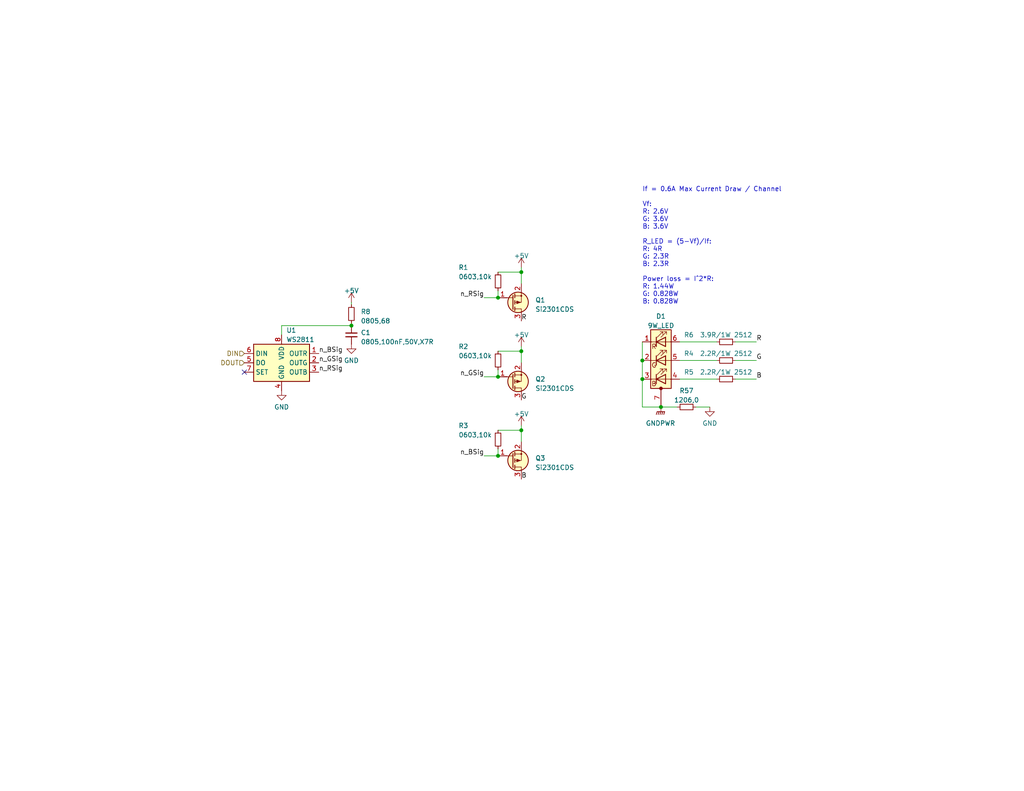
<source format=kicad_sch>
(kicad_sch (version 20230121) (generator eeschema)
  (paper "USLetter")
  (title_block (date "2023-04-08") (rev "A01"))
  (lib_symbols
    (symbol "Device:R_Small" (pin_numbers hide) (pin_names (offset 0.254) hide)
      (property "Reference" "R" (at 0.762 0.508 0))
      (property "Value" "R_Small" (at 0.762 -1.016 0))
      (symbol "R_Small_0_1"
        (rectangle (start -0.762 1.778) (end 0.762 -1.778) (stroke (width 0.2032)))
      )
      (symbol "R_Small_1_1"
        (pin passive line (at 0 2.54 270) (length 0.762) (name "~") (number "1"))
        (pin passive line (at 0 -2.54 90) (length 0.762) (name "~") (number "2"))
      )
    )
    (symbol "Driver_LED:WS2811"
      (property "Reference" "U" (at -6.35 6.35 0))
      (property "Value" "WS2811" (at 5.08 6.35 0))
      (symbol "WS2811_0_1"
        (rectangle (start -7.62 5.08) (end 7.62 -5.08) (stroke (width 0.254)) (fill (type background)))
      )
      (symbol "WS2811_1_1"
        (pin output line (at 10.16 2.54 180) (length 2.54) (name "OUTR") (number "1"))
        (pin output line (at 10.16 0 180) (length 2.54) (name "OUTG") (number "2"))
        (pin output line (at 10.16 -2.54 180) (length 2.54) (name "OUTB") (number "3"))
        (pin power_in line (at 0 -7.62 90) (length 2.54) (name "GND") (number "4"))
        (pin output line (at -10.16 0 0) (length 2.54) (name "DO") (number "5"))
        (pin input line (at -10.16 2.54 0) (length 2.54) (name "DIN") (number "6"))
        (pin input line (at -10.16 -2.54 0) (length 2.54) (name "SET") (number "7"))
        (pin power_in line (at 0 7.62 270) (length 2.54) (name "VDD") (number "8"))
      )
    )
    (symbol "PCM_Transistor_MOSFET_AKL:Si2301CDS" (pin_names hide)
      (property "Reference" "Q" (at 5.08 1.27 0))
      (property "Value" "Si2301CDS" (at 5.08 -1.27 0))
      (symbol "Si2301CDS_0_1"
        (polyline (pts (xy 0.254 -1.905) (xy 0.254 1.905)) (stroke (width 0.254)))
        (polyline (pts (xy 0.254 1.27) (xy -2.54 1.27)))
        (polyline (pts (xy 0.762 -2.286) (xy 0.762 -1.27)) (stroke (width 0.254)))
        (polyline (pts (xy 0.762 -1.778) (xy 2.54 -1.778)))
        (polyline (pts (xy 0.762 -0.508) (xy 0.762 0.508)) (stroke (width 0.254)))
        (polyline (pts (xy 0.762 1.27) (xy 0.762 2.286)) (stroke (width 0.254)))
        (polyline (pts (xy 0.762 1.778) (xy 2.54 1.778)))
        (polyline (pts (xy 2.54 -2.54) (xy 2.54 -1.778)))
        (polyline (pts (xy 2.54 2.54) (xy 2.54 0) (xy 0.762 0)))
        (polyline (pts (xy 2.286 0) (xy 1.27 -0.381) (xy 1.27 0.381) (xy 2.286 0)) (fill (type outline)))
      )
      (symbol "Si2301CDS_1_1"
        (circle (center 1.651 0) (radius 2.794) (stroke (width 0.254)) (fill (type background)))
        (circle (center 2.54 1.778) (radius 0.1778) (fill (type outline)))
        (pin input line (at -3.81 1.27 0) (length 2.54) (name "G") (number "1"))
        (pin passive line (at 2.54 5.08 270) (length 2.54) (name "S") (number "2"))
        (pin passive line (at 2.54 -5.08 90) (length 2.54) (name "D") (number "3"))
      )
    )
    (symbol "WS_LCSC_Diodes:9W_LED" (pin_names (offset 0) hide)
      (property "Reference" "D" (at 0 11.43 0))
      (property "Value" "9W_LED" (at 0 9.398 0))
      (symbol "9W_LED_0_0"
        (text "B" (at -1.905 -6.35 0) (effects (font (size 1.27 1.27))))
        (text "G" (at -1.905 -1.27 0) (effects (font (size 1.27 1.27))))
        (text "R" (at -1.905 3.81 0) (effects (font (size 1.27 1.27))))
      )
      (symbol "9W_LED_0_1"
        (circle (center 0 -7.62) (radius 0.3556) (stroke (width 0.254)) (fill (type outline)))
        (polyline (pts (xy -1.27 -5.08) (xy -2.54 -5.08)))
        (polyline (pts (xy -1.27 -3.81) (xy -1.27 -6.35)) (stroke (width 0.254)))
        (polyline (pts (xy -1.27 0) (xy -2.54 0)))
        (polyline (pts (xy -1.27 1.27) (xy -1.27 -1.27)) (stroke (width 0.254)))
        (polyline (pts (xy -1.27 5.08) (xy -2.54 5.08)))
        (polyline (pts (xy -1.27 5.08) (xy 1.27 5.08)))
        (polyline (pts (xy -1.27 6.35) (xy -1.27 3.81)) (stroke (width 0.254)))
        (polyline (pts (xy -1.016 0) (xy 1.27 0)))
        (polyline (pts (xy 1.27 -5.08) (xy -1.27 -5.08)))
        (polyline (pts (xy 1.27 -5.08) (xy 2.54 -5.08)))
        (polyline (pts (xy 1.27 5.08) (xy 2.54 5.08)))
        (polyline (pts (xy 2.54 0) (xy 1.27 0)))
        (polyline (pts (xy -1.27 1.27) (xy -1.27 -1.27) (xy -1.27 -1.27)))
        (polyline (pts (xy -1.27 6.35) (xy -1.27 3.81) (xy -1.27 3.81)))
        (polyline (pts (xy 1.27 -3.81) (xy 1.27 -6.35) (xy -1.27 -5.08) (xy 1.27 -3.81)) (stroke (width 0.254)))
        (polyline (pts (xy 1.27 1.27) (xy 1.27 -1.27) (xy -1.27 0) (xy 1.27 1.27)) (stroke (width 0.254)))
        (polyline (pts (xy 1.27 6.35) (xy 1.27 3.81) (xy -1.27 5.08) (xy 1.27 6.35)) (stroke (width 0.254)))
        (polyline (pts (xy -1.016 -3.81) (xy 0.508 -2.286) (xy -0.254 -2.286) (xy 0.508 -2.286) (xy 0.508 -3.048)))
        (polyline (pts (xy -1.016 1.27) (xy 0.508 2.794) (xy -0.254 2.794) (xy 0.508 2.794) (xy 0.508 2.032)))
        (polyline (pts (xy -1.016 6.35) (xy 0.508 7.874) (xy -0.254 7.874) (xy 0.508 7.874) (xy 0.508 7.112)))
        (polyline (pts (xy 0 -3.81) (xy 1.524 -2.286) (xy 0.762 -2.286) (xy 1.524 -2.286) (xy 1.524 -3.048)))
        (polyline (pts (xy 0 1.27) (xy 1.524 2.794) (xy 0.762 2.794) (xy 1.524 2.794) (xy 1.524 2.032)))
        (polyline (pts (xy 0 6.35) (xy 1.524 7.874) (xy 0.762 7.874) (xy 1.524 7.874) (xy 1.524 7.112)))
        (rectangle (start 1.27 -1.27) (end 1.27 1.27))
        (rectangle (start 1.27 1.27) (end 1.27 1.27))
        (rectangle (start 1.27 3.81) (end 1.27 6.35))
        (rectangle (start 1.27 6.35) (end 1.27 6.35))
        (rectangle (start 2.794 8.382) (end -2.794 -7.62) (stroke (width 0.254)) (fill (type background)))
      )
      (symbol "9W_LED_1_1"
        (pin passive line (at -5.08 5.08 0) (length 2.54) (name "RK") (number "1"))
        (pin passive line (at -5.08 0 0) (length 2.54) (name "GK") (number "2"))
        (pin passive line (at -5.08 -5.08 0) (length 2.54) (name "BK") (number "3"))
        (pin passive line (at 5.08 -5.08 180) (length 2.54) (name "BA") (number "4"))
        (pin passive line (at 5.08 0 180) (length 2.54) (name "GA") (number "5"))
        (pin passive line (at 5.08 5.08 180) (length 2.54) (name "RA") (number "6"))
        (pin passive line (at 0 -12.7 90) (length 5.08) (name "PAD") (number "7"))
      )
    )
    (symbol "jlcpcb-basic-capacitor:0805,100nF,50V,X7R "
      (property "Reference" "C" (at 1.71 0.508 0))
      (property "Value" "0805,100nF,50V,X7R " (at 1.71 -1.016 0))
      (symbol "0805,100nF,50V,X7R _0_0"
        (polyline (pts (xy -1.524 -0.508) (xy 1.524 -0.508)) (stroke (width 0.3048)))
        (polyline (pts (xy -1.524 0.508) (xy 1.524 0.508)) (stroke (width 0.3048)))
        (pin passive line (at 0 2.54 270) (length 2.032) (name "~") (number "1"))
        (pin passive line (at 0 -2.54 90) (length 2.032) (name "~") (number "2"))
      )
    )
    (symbol "jlcpcb-basic-resistor:0603,10k"
      (property "Reference" "R" (at 0.762 0.508 0))
      (property "Value" "0603,10k" (at 0.762 -1.016 0))
      (symbol "0603,10k_0_0"
        (rectangle (start -0.762 1.778) (end 0.762 -1.778) (stroke (width 0.2032)))
        (pin passive line (at 0 2.54 270) (length 0.762) (name "~") (number "1"))
        (pin passive line (at 0 -2.54 90) (length 0.762) (name "~") (number "2"))
      )
    )
    (symbol "jlcpcb-basic-resistor:0805,68"
      (property "Reference" "R" (at 0.762 0.508 0))
      (property "Value" "0805,68" (at 0.762 -1.016 0))
      (symbol "0805,68_0_0"
        (rectangle (start -0.762 1.778) (end 0.762 -1.778) (stroke (width 0.2032)))
        (pin passive line (at 0 2.54 270) (length 0.762) (name "~") (number "1"))
        (pin passive line (at 0 -2.54 90) (length 0.762) (name "~") (number "2"))
      )
    )
    (symbol "jlcpcb-basic-resistor:1206,0"
      (property "Reference" "R" (at 0.762 0.508 0))
      (property "Value" "1206,0" (at 0.762 -1.016 0))
      (symbol "1206,0_0_0"
        (rectangle (start -0.762 1.778) (end 0.762 -1.778) (stroke (width 0.2032)))
        (pin passive line (at 0 2.54 270) (length 0.762) (name "~") (number "1"))
        (pin passive line (at 0 -2.54 90) (length 0.762) (name "~") (number "2"))
      )
    )
    (symbol "power:+5V" (power) (pin_names (offset 0))
      (property "Value" "+5V" (at 0 3.556 0))
      (symbol "+5V_0_1"
        (polyline (pts (xy -0.762 1.27) (xy 0 2.54)))
        (polyline (pts (xy 0 0) (xy 0 2.54)))
        (polyline (pts (xy 0 2.54) (xy 0.762 1.27)))
      )
      (symbol "+5V_1_1"
        (pin power_in line (at 0 0 90) (length 0) hide (name "+5V") (number "1"))
      )
    )
    (symbol "power:GND" (power) (pin_names (offset 0))
      (property "Value" "GND" (at 0 -3.81 0))
      (symbol "GND_0_1"
        (polyline (pts (xy 0 0) (xy 0 -1.27) (xy 1.27 -1.27) (xy 0 -2.54) (xy -1.27 -1.27) (xy 0 -1.27)))
      )
      (symbol "GND_1_1"
        (pin power_in line (at 0 0 270) (length 0) hide (name "GND") (number "1"))
      )
    )
    (symbol "power:GNDPWR" (power) (pin_names (offset 0))
      (property "Value" "GNDPWR" (at 0 -3.302 0))
      (symbol "GNDPWR_0_1"
        (polyline (pts (xy 0 -1.27) (xy 0 0)))
        (polyline (pts (xy -1.016 -1.27) (xy -1.27 -2.032) (xy -1.27 -2.032)) (stroke (width 0.2032)))
        (polyline (pts (xy -0.508 -1.27) (xy -0.762 -2.032) (xy -0.762 -2.032)) (stroke (width 0.2032)))
        (polyline (pts (xy 0 -1.27) (xy -0.254 -2.032) (xy -0.254 -2.032)) (stroke (width 0.2032)))
        (polyline (pts (xy 0.508 -1.27) (xy 0.254 -2.032) (xy 0.254 -2.032)) (stroke (width 0.2032)))
        (polyline (pts (xy 1.016 -1.27) (xy -1.016 -1.27) (xy -1.016 -1.27)) (stroke (width 0.2032)))
        (polyline (pts (xy 1.016 -1.27) (xy 0.762 -2.032) (xy 0.762 -2.032) (xy 0.762 -2.032)) (stroke (width 0.2032)))
      )
      (symbol "GNDPWR_1_1"
        (pin power_in line (at 0 0 270) (length 0) hide (name "GNDPWR") (number "1"))
      )
    )
  )
  (junction (at 180.34 111.125))
  (junction (at 135.89 81.28))
  (junction (at 142.24 117.475))
  (junction (at 175.26 103.505))
  (junction (at 95.885 88.9))
  (junction (at 142.24 74.295))
  (junction (at 135.89 124.46))
  (junction (at 142.24 95.885))
  (junction (at 135.89 102.87))
  (junction (at 175.26 98.425))
  (no_connect (at 66.675 101.6))
  (wire (pts (xy 135.89 100.965) (xy 135.89 102.87)))
  (wire (pts (xy 135.89 122.555) (xy 135.89 124.46)))
  (wire (pts (xy 142.24 74.295) (xy 142.24 77.47)))
  (wire (pts (xy 200.66 98.425) (xy 206.375 98.425)))
  (wire (pts (xy 135.89 95.885) (xy 142.24 95.885)))
  (wire (pts (xy 132.08 124.46) (xy 135.89 124.46)))
  (wire (pts (xy 185.42 93.345) (xy 195.58 93.345)))
  (wire (pts (xy 142.24 116.205) (xy 142.24 117.475)))
  (wire (pts (xy 76.835 88.9) (xy 95.885 88.9)))
  (wire (pts (xy 142.24 95.885) (xy 142.24 99.06)))
  (wire (pts (xy 175.26 93.345) (xy 175.26 98.425)))
  (wire (pts (xy 142.24 94.615) (xy 142.24 95.885)))
  (wire (pts (xy 135.89 79.375) (xy 135.89 81.28)))
  (wire (pts (xy 132.08 102.87) (xy 135.89 102.87)))
  (wire (pts (xy 180.34 111.125) (xy 175.26 111.125)))
  (wire (pts (xy 175.26 103.505) (xy 175.26 111.125)))
  (wire (pts (xy 76.835 88.9) (xy 76.835 91.44)))
  (wire (pts (xy 95.885 88.265) (xy 95.885 88.9)))
  (wire (pts (xy 200.66 93.345) (xy 206.375 93.345)))
  (wire (pts (xy 132.08 81.28) (xy 135.89 81.28)))
  (wire (pts (xy 142.24 73.025) (xy 142.24 74.295)))
  (wire (pts (xy 95.885 82.55) (xy 95.885 83.185)))
  (wire (pts (xy 185.42 103.505) (xy 195.58 103.505)))
  (wire (pts (xy 175.26 98.425) (xy 175.26 103.505)))
  (wire (pts (xy 180.34 111.125) (xy 184.785 111.125)))
  (wire (pts (xy 206.375 103.505) (xy 200.66 103.505)))
  (wire (pts (xy 142.24 117.475) (xy 142.24 120.65)))
  (wire (pts (xy 135.89 74.295) (xy 142.24 74.295)))
  (wire (pts (xy 185.42 98.425) (xy 195.58 98.425)))
  (wire (pts (xy 189.865 111.125) (xy 193.675 111.125)))
  (wire (pts (xy 135.89 117.475) (xy 142.24 117.475)))
  (text "If = 0.6A Max Current Draw / Channel\n\nVf:\nR: 2.6V\nG: 3.6V\nB: 3.6V\n\nR_LED = (5-Vf)/If:\nR: 4R\nG: 2.3R\nB: 2.3R\n\nPower loss = I^2*R:\nR: 1.44W\nG: 0.828W\nB: 0.828W" (at 175.26 83.185 0) (effects (font (size 1.27 1.27)) (justify left bottom)))
  (label "n_RSig" (at 86.995 101.6 0))
  (label "n_GSig" (at 86.995 99.06 0))
  (label "R" (at 142.24 87.63 0))
  (label "n_BSig" (at 132.08 124.46 180))
  (label "n_RSig" (at 132.08 81.28 180))
  (label "n_GSig" (at 132.08 102.87 180))
  (label "R" (at 206.375 93.345 0))
  (label "B" (at 206.375 103.505 0))
  (label "G" (at 142.24 109.22 0))
  (label "B" (at 142.24 130.81 0))
  (label "n_BSig" (at 86.995 96.52 0))
  (label "G" (at 206.375 98.425 0))
  (hierarchical_label "DOUT" (shape input) (at 66.675 99.06 180))
  (hierarchical_label "DIN" (shape input) (at 66.675 96.52 180))
  (symbol (lib_id "power:GND") (at 76.835 106.68 0) (unit 1)
    (property "Reference" "#PWR03" (effects hide))
    (property "Value" "GND" (at 76.835 111.125 0))
    (instances (project "chandelierLEDPCB" (path "" (reference "#PWR03") (unit 1)) (path "" (reference "#PWR08") (unit 1)) (path "" (reference "#PWR015") (unit 1)) (path "" (reference "#PWR022") (unit 1)) (path "" (reference "#PWR029") (unit 1)) (path "" (reference "#PWR036") (unit 1)) (path "" (reference "#PWR043") (unit 1)) (path "" (reference "#PWR050") (unit 1))))
  )
  (symbol (lib_id "jlcpcb-basic-resistor:0603,10k") (at 135.89 76.835 0) (unit 1)
    (property "Reference" "R1" (at 125.095 73.025 0) (effects (justify left)))
    (property "Value" "0603,10k" (at 125.095 75.565 0) (effects (justify left)))
    (property "Footprint" "R_0603_1608Metric" (effects hide))
    (property "Datasheet" "https://datasheet.lcsc.com/lcsc/2110260030_UNI-ROYAL-Uniroyal-Elec-0603WAF1002T5E_C25804.pdf" (effects hide))
    (property "LCSC" "C25804" (effects hide))
    (property "MFG" "UNI-ROYAL(Uniroyal Elec)" (effects hide))
    (property "MFGPN" "0603WAF1002T5E" (effects hide))
    (instances (project "chandelierLEDPCB" (path "" (reference "R1") (unit 1)) (path "" (reference "R9") (unit 1)) (path "" (reference "R16") (unit 1)) (path "" (reference "R23") (unit 1)) (path "" (reference "R30") (unit 1)) (path "" (reference "R37") (unit 1)) (path "" (reference "R44") (unit 1)) (path "" (reference "R51") (unit 1))))
  )
  (symbol (lib_id "WS_LCSC_Diodes:9W_LED") (at 180.34 98.425 0) (unit 1)
    (property "Reference" "D1" (at 180.34 86.36 0))
    (property "Value" "9W_LED" (at 180.34 88.9 0))
    (property "Footprint" "WS_LCSC_Optoelectronics:9WLED" (effects hide))
    (instances (project "chandelierLEDPCB" (path "" (reference "D1") (unit 1)) (path "" (reference "D2") (unit 1)) (path "" (reference "D3") (unit 1)) (path "" (reference "D4") (unit 1)) (path "" (reference "D5") (unit 1)) (path "" (reference "D6") (unit 1)) (path "" (reference "D7") (unit 1)) (path "" (reference "D8") (unit 1))))
  )
  (symbol (lib_id "power:+5V") (at 142.24 73.025 0) (unit 1)
    (property "Reference" "#PWR01" (effects hide))
    (property "Value" "+5V" (at 142.24 69.85 0))
    (instances (project "chandelierLEDPCB" (path "" (reference "#PWR01") (unit 1)) (path "" (reference "#PWR011") (unit 1)) (path "" (reference "#PWR018") (unit 1)) (path "" (reference "#PWR025") (unit 1)) (path "" (reference "#PWR032") (unit 1)) (path "" (reference "#PWR039") (unit 1)) (path "" (reference "#PWR046") (unit 1)) (path "" (reference "#PWR053") (unit 1))))
  )
  (symbol (lib_id "power:+5V") (at 142.24 116.205 0) (unit 1)
    (property "Reference" "#PWR05" (effects hide))
    (property "Value" "+5V" (at 142.24 113.03 0))
    (instances (project "chandelierLEDPCB" (path "" (reference "#PWR05") (unit 1)) (path "" (reference "#PWR013") (unit 1)) (path "" (reference "#PWR020") (unit 1)) (path "" (reference "#PWR027") (unit 1)) (path "" (reference "#PWR034") (unit 1)) (path "" (reference "#PWR041") (unit 1)) (path "" (reference "#PWR048") (unit 1)) (path "" (reference "#PWR055") (unit 1))))
  )
  (symbol (lib_id "jlcpcb-basic-resistor:0603,10k") (at 135.89 120.015 0) (unit 1)
    (property "Reference" "R3" (at 125.095 116.205 0) (effects (justify left)))
    (property "Value" "0603,10k" (at 125.095 118.745 0) (effects (justify left)))
    (property "Footprint" "R_0603_1608Metric" (effects hide))
    (property "Datasheet" "https://datasheet.lcsc.com/lcsc/2110260030_UNI-ROYAL-Uniroyal-Elec-0603WAF1002T5E_C25804.pdf" (effects hide))
    (property "LCSC" "C25804" (effects hide))
    (property "MFG" "UNI-ROYAL(Uniroyal Elec)" (effects hide))
    (property "MFGPN" "0603WAF1002T5E" (effects hide))
    (instances (project "chandelierLEDPCB" (path "" (reference "R3") (unit 1)) (path "" (reference "R11") (unit 1)) (path "" (reference "R18") (unit 1)) (path "" (reference "R25") (unit 1)) (path "" (reference "R32") (unit 1)) (path "" (reference "R39") (unit 1)) (path "" (reference "R46") (unit 1)) (path "" (reference "R53") (unit 1))))
  )
  (symbol (lib_id "PCM_Transistor_MOSFET_AKL:Si2301CDS") (at 139.7 82.55 0) (unit 1)
    (property "Reference" "Q1" (at 146.05 81.915 0) (effects (justify left)))
    (property "Value" "Si2301CDS" (at 146.05 84.455 0) (effects (justify left)))
    (property "Footprint" "Package_TO_SOT_SMD:SOT-23" (effects hide))
    (property "Datasheet" "https://datasheet.lcsc.com/lcsc/2109011130_YONGYUTAI-SI2301_C2891731.pdf" (effects hide))
    (property "LCSC" "C2891731" (effects hide))
    (instances (project "chandelierLEDPCB" (path "" (reference "Q1") (unit 1)) (path "" (reference "Q4") (unit 1)) (path "" (reference "Q7") (unit 1)) (path "" (reference "Q10") (unit 1)) (path "" (reference "Q13") (unit 1)) (path "" (reference "Q16") (unit 1)) (path "" (reference "Q19") (unit 1)) (path "" (reference "Q22") (unit 1))))
  )
  (symbol (lib_id "Device:R_Small") (at 198.12 93.345 270) (unit 1)
    (property "Reference" "R6" (at 187.96 91.44 90))
    (property "Value" "3.9R/1W 2512" (at 198.12 91.44 90))
    (property "Footprint" "Resistor_SMD:R_2512_6332Metric" (effects hide))
    (property "Datasheet" "https://www.lcsc.com/product-detail/Chip-Resistor-Surface-Mount_FOJAN-FRC2512J3R9-TS_C2934114.html" (effects hide))
    (property "LCSC" "C2934114" (effects hide))
    (instances (project "chandelierLEDPCB" (path "" (reference "R6") (unit 1)) (path "" (reference "R12") (unit 1)) (path "" (reference "R19") (unit 1)) (path "" (reference "R26") (unit 1)) (path "" (reference "R33") (unit 1)) (path "" (reference "R40") (unit 1)) (path "" (reference "R47") (unit 1)) (path "" (reference "R54") (unit 1))))
  )
  (symbol (lib_id "PCM_Transistor_MOSFET_AKL:Si2301CDS") (at 139.7 125.73 0) (unit 1)
    (property "Reference" "Q3" (at 146.05 125.095 0) (effects (justify left)))
    (property "Value" "Si2301CDS" (at 146.05 127.635 0) (effects (justify left)))
    (property "Footprint" "Package_TO_SOT_SMD:SOT-23" (effects hide))
    (property "Datasheet" "https://datasheet.lcsc.com/lcsc/2109011130_YONGYUTAI-SI2301_C2891731.pdf" (effects hide))
    (property "LCSC" "C2891731" (effects hide))
    (instances (project "chandelierLEDPCB" (path "" (reference "Q3") (unit 1)) (path "" (reference "Q6") (unit 1)) (path "" (reference "Q9") (unit 1)) (path "" (reference "Q12") (unit 1)) (path "" (reference "Q15") (unit 1)) (path "" (reference "Q18") (unit 1)) (path "" (reference "Q21") (unit 1)) (path "" (reference "Q24") (unit 1))))
  )
  (symbol (lib_id "Driver_LED:WS2811") (at 76.835 99.06 0) (unit 1)
    (property "Reference" "U1" (at 78.105 90.17 0) (effects (justify left)))
    (property "Value" "WS2811" (at 78.105 92.71 0) (effects (justify left)))
    (property "Footprint" "Package_SO:SOIC-8_3.9x4.9mm_P1.27mm" (effects hide))
    (property "Datasheet" "https://cdn-shop.adafruit.com/datasheets/WS2811.pdf" (effects hide))
    (property "LCSC" "C114581" (effects hide))
    (instances (project "chandelierLEDPCB" (path "" (reference "U1") (unit 1)) (path "" (reference "U2") (unit 1)) (path "" (reference "U3") (unit 1)) (path "" (reference "U4") (unit 1)) (path "" (reference "U5") (unit 1)) (path "" (reference "U6") (unit 1)) (path "" (reference "U7") (unit 1)) (path "" (reference "U8") (unit 1))))
  )
  (symbol (lib_id "Device:R_Small") (at 198.12 103.505 270) (unit 1)
    (property "Reference" "R5" (at 187.96 101.6 90))
    (property "Value" "2.2R/1W 2512" (at 198.12 101.6 90))
    (property "Footprint" "Resistor_SMD:R_2512_6332Metric" (effects hide))
    (property "Datasheet" "https://www.lcsc.com/product-detail/Chip-Resistor-Surface-Mount_FOJAN-FRC2512J2R2-TS_C2907574.html" (effects hide))
    (property "LCSC" "C2907574" (effects hide))
    (instances (project "chandelierLEDPCB" (path "" (reference "R5") (unit 1)) (path "" (reference "R14") (unit 1)) (path "" (reference "R21") (unit 1)) (path "" (reference "R28") (unit 1)) (path "" (reference "R35") (unit 1)) (path "" (reference "R42") (unit 1)) (path "" (reference "R49") (unit 1)) (path "" (reference "R56") (unit 1))))
  )
  (symbol (lib_id "power:+5V") (at 95.885 82.55 0) (unit 1)
    (property "Reference" "#PWR02" (effects hide))
    (property "Value" "+5V" (at 95.885 79.375 0))
    (instances (project "chandelierLEDPCB" (path "" (reference "#PWR02") (unit 1)) (path "" (reference "#PWR09") (unit 1)) (path "" (reference "#PWR016") (unit 1)) (path "" (reference "#PWR023") (unit 1)) (path "" (reference "#PWR030") (unit 1)) (path "" (reference "#PWR037") (unit 1)) (path "" (reference "#PWR044") (unit 1)) (path "" (reference "#PWR051") (unit 1))))
  )
  (symbol (lib_id "PCM_Transistor_MOSFET_AKL:Si2301CDS") (at 139.7 104.14 0) (unit 1)
    (property "Reference" "Q2" (at 146.05 103.505 0) (effects (justify left)))
    (property "Value" "Si2301CDS" (at 146.05 106.045 0) (effects (justify left)))
    (property "Footprint" "Package_TO_SOT_SMD:SOT-23" (effects hide))
    (property "Datasheet" "https://datasheet.lcsc.com/lcsc/2109011130_YONGYUTAI-SI2301_C2891731.pdf" (effects hide))
    (property "LCSC" "C2891731" (effects hide))
    (instances (project "chandelierLEDPCB" (path "" (reference "Q2") (unit 1)) (path "" (reference "Q5") (unit 1)) (path "" (reference "Q8") (unit 1)) (path "" (reference "Q11") (unit 1)) (path "" (reference "Q14") (unit 1)) (path "" (reference "Q17") (unit 1)) (path "" (reference "Q20") (unit 1)) (path "" (reference "Q23") (unit 1))))
  )
  (symbol (lib_id "jlcpcb-basic-resistor:0805,68") (at 95.885 85.725 0) (unit 1)
    (property "Reference" "R8" (at 98.425 85.09 0) (effects (justify left)))
    (property "Value" "0805,68" (at 98.425 87.63 0) (effects (justify left)))
    (property "Footprint" "R_0805_2012Metric" (effects hide))
    (property "Datasheet" "https://datasheet.lcsc.com/lcsc/2110251830_UNI-ROYAL-Uniroyal-Elec-0805W8F680JT5E_C17802.pdf" (effects hide))
    (property "LCSC" "C17802" (effects hide))
    (property "MFG" "UNI-ROYAL(Uniroyal Elec)" (effects hide))
    (property "MFGPN" "0805W8F680JT5E" (effects hide))
    (instances (project "chandelierLEDPCB" (path "" (reference "R8") (unit 1)) (path "" (reference "R7") (unit 1)) (path "" (reference "R15") (unit 1)) (path "" (reference "R22") (unit 1)) (path "" (reference "R29") (unit 1)) (path "" (reference "R36") (unit 1)) (path "" (reference "R43") (unit 1)) (path "" (reference "R50") (unit 1))))
  )
  (symbol (lib_id "jlcpcb-basic-resistor:1206,0") (at 187.325 111.125 90) (unit 1)
    (property "Reference" "R57" (at 187.325 106.68 90))
    (property "Value" "1206,0" (at 187.325 109.22 90))
    (property "Footprint" "R_1206_3216Metric" (effects hide))
    (property "Datasheet" "https://datasheet.lcsc.com/lcsc/2110251930_UNI-ROYAL-Uniroyal-Elec-1206W4F0000T5E_C17888.pdf" (effects hide))
    (property "LCSC" "C17888" (effects hide))
    (property "MFG" "UNI-ROYAL(Uniroyal Elec)" (effects hide))
    (property "MFGPN" "1206W4F0000T5E" (effects hide))
    (instances (project "chandelierLEDPCB" (path "" (reference "R57") (unit 1)) (path "" (reference "R58") (unit 1)) (path "" (reference "R59") (unit 1)) (path "" (reference "R60") (unit 1)) (path "" (reference "R61") (unit 1)) (path "" (reference "R62") (unit 1)) (path "" (reference "R63") (unit 1)) (path "" (reference "R64") (unit 1))))
  )
  (symbol (lib_id "power:GNDPWR") (at 180.34 111.125 0) (unit 1)
    (property "Reference" "#PWR06" (effects hide))
    (property "Value" "GNDPWR" (at 180.213 115.57 0))
    (instances (project "chandelierLEDPCB" (path "" (reference "#PWR06") (unit 1)) (path "" (reference "#PWR014") (unit 1)) (path "" (reference "#PWR021") (unit 1)) (path "" (reference "#PWR028") (unit 1)) (path "" (reference "#PWR035") (unit 1)) (path "" (reference "#PWR042") (unit 1)) (path "" (reference "#PWR049") (unit 1)) (path "" (reference "#PWR056") (unit 1))))
  )
  (symbol (lib_id "jlcpcb-basic-resistor:0603,10k") (at 135.89 98.425 0) (unit 1)
    (property "Reference" "R2" (at 125.095 94.615 0) (effects (justify left)))
    (property "Value" "0603,10k" (at 125.095 97.155 0) (effects (justify left)))
    (property "Footprint" "R_0603_1608Metric" (effects hide))
    (property "Datasheet" "https://datasheet.lcsc.com/lcsc/2110260030_UNI-ROYAL-Uniroyal-Elec-0603WAF1002T5E_C25804.pdf" (effects hide))
    (property "LCSC" "C25804" (effects hide))
    (property "MFG" "UNI-ROYAL(Uniroyal Elec)" (effects hide))
    (property "MFGPN" "0603WAF1002T5E" (effects hide))
    (instances (project "chandelierLEDPCB" (path "" (reference "R2") (unit 1)) (path "" (reference "R10") (unit 1)) (path "" (reference "R17") (unit 1)) (path "" (reference "R24") (unit 1)) (path "" (reference "R31") (unit 1)) (path "" (reference "R38") (unit 1)) (path "" (reference "R45") (unit 1)) (path "" (reference "R52") (unit 1))))
  )
  (symbol (lib_id "Device:R_Small") (at 198.12 98.425 270) (unit 1)
    (property "Reference" "R4" (at 187.96 96.52 90))
    (property "Value" "2.2R/1W 2512" (at 198.12 96.52 90))
    (property "Footprint" "Resistor_SMD:R_2512_6332Metric" (effects hide))
    (property "Datasheet" "https://www.lcsc.com/product-detail/Chip-Resistor-Surface-Mount_FOJAN-FRC2512J2R2-TS_C2907574.html" (effects hide))
    (property "LCSC" "C2907574" (effects hide))
    (instances (project "chandelierLEDPCB" (path "" (reference "R4") (unit 1)) (path "" (reference "R13") (unit 1)) (path "" (reference "R20") (unit 1)) (path "" (reference "R27") (unit 1)) (path "" (reference "R34") (unit 1)) (path "" (reference "R41") (unit 1)) (path "" (reference "R48") (unit 1)) (path "" (reference "R55") (unit 1))))
  )
  (symbol (lib_id "power:GND") (at 193.675 111.125 0) (unit 1)
    (property "Reference" "#PWR057" (effects hide))
    (property "Value" "GND" (at 193.675 115.57 0))
    (instances (project "chandelierLEDPCB" (path "" (reference "#PWR057") (unit 1)) (path "" (reference "#PWR058") (unit 1)) (path "" (reference "#PWR059") (unit 1)) (path "" (reference "#PWR060") (unit 1)) (path "" (reference "#PWR061") (unit 1)) (path "" (reference "#PWR062") (unit 1)) (path "" (reference "#PWR063") (unit 1)) (path "" (reference "#PWR064") (unit 1))))
  )
  (symbol (lib_id "power:GND") (at 95.885 93.98 0) (unit 1)
    (property "Reference" "#PWR07" (effects hide))
    (property "Value" "GND" (at 95.885 98.425 0))
    (instances (project "chandelierLEDPCB" (path "" (reference "#PWR07") (unit 1)) (path "" (reference "#PWR010") (unit 1)) (path "" (reference "#PWR017") (unit 1)) (path "" (reference "#PWR024") (unit 1)) (path "" (reference "#PWR031") (unit 1)) (path "" (reference "#PWR038") (unit 1)) (path "" (reference "#PWR045") (unit 1)) (path "" (reference "#PWR052") (unit 1))))
  )
  (symbol (lib_id "power:+5V") (at 142.24 94.615 0) (unit 1)
    (property "Reference" "#PWR04" (effects hide))
    (property "Value" "+5V" (at 142.24 91.44 0))
    (instances (project "chandelierLEDPCB" (path "" (reference "#PWR04") (unit 1)) (path "" (reference "#PWR012") (unit 1)) (path "" (reference "#PWR019") (unit 1)) (path "" (reference "#PWR026") (unit 1)) (path "" (reference "#PWR033") (unit 1)) (path "" (reference "#PWR040") (unit 1)) (path "" (reference "#PWR047") (unit 1)) (path "" (reference "#PWR054") (unit 1))))
  )
  (symbol (lib_id "jlcpcb-basic-capacitor:0805,100nF,50V,X7R ") (at 95.885 91.44 0) (unit 1)
    (property "Reference" "C1" (at 98.425 90.805 0) (effects (justify left)))
    (property "Value" "0805,100nF,50V,X7R " (at 98.425 93.345 0) (effects (justify left)))
    (property "Footprint" "C_0805_2012Metric" (effects hide))
    (property "Datasheet" "https://datasheet.lcsc.com/lcsc/1810101813_YAGEO-CC0805KRX7R9BB104_C49678.pdf" (effects hide))
    (property "LCSC" "C49678" (effects hide))
    (property "MFG" "YAGEO" (effects hide))
    (property "MFGPN" "CC0805KRX7R9BB104" (effects hide))
    (instances (project "chandelierLEDPCB" (path "" (reference "C1") (unit 1)) (path "" (reference "C2") (unit 1)) (path "" (reference "C3") (unit 1)) (path "" (reference "C4") (unit 1)) (path "" (reference "C5") (unit 1)) (path "" (reference "C6") (unit 1)) (path "" (reference "C7") (unit 1)) (path "" (reference "C8") (unit 1))))
  )
)
</source>
